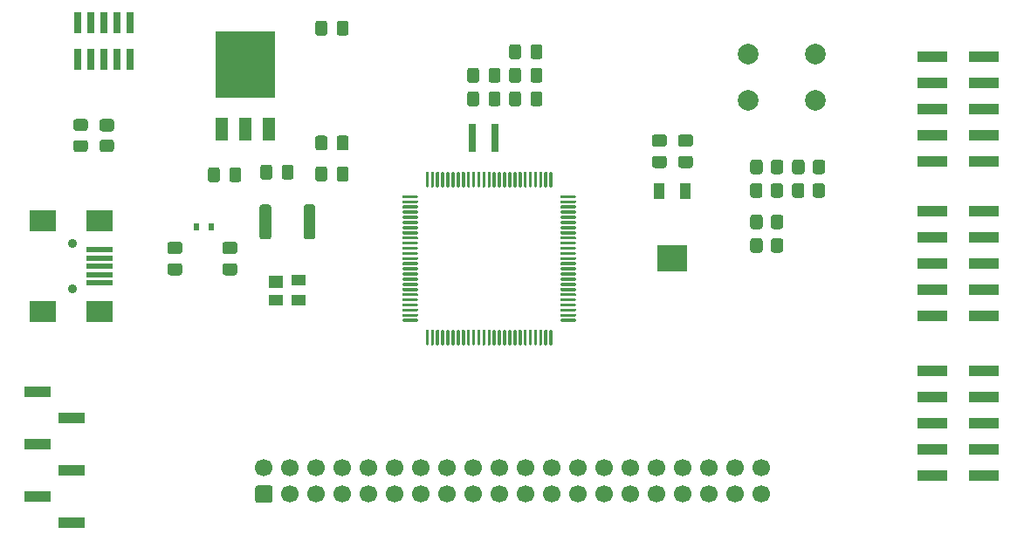
<source format=gts>
%TF.GenerationSoftware,KiCad,Pcbnew,5.1.8*%
%TF.CreationDate,2020-11-24T20:22:10-06:00*%
%TF.ProjectId,e54-GFX-Development-Board,6535342d-4746-4582-9d44-6576656c6f70,rev?*%
%TF.SameCoordinates,Original*%
%TF.FileFunction,Soldermask,Top*%
%TF.FilePolarity,Negative*%
%FSLAX46Y46*%
G04 Gerber Fmt 4.6, Leading zero omitted, Abs format (unit mm)*
G04 Created by KiCad (PCBNEW 5.1.8) date 2020-11-24 20:22:10*
%MOMM*%
%LPD*%
G01*
G04 APERTURE LIST*
%ADD10R,2.510000X1.000000*%
%ADD11R,3.000000X1.000000*%
%ADD12R,3.000000X2.500000*%
%ADD13R,1.000000X1.600000*%
%ADD14R,5.800000X6.400000*%
%ADD15R,1.200000X2.200000*%
%ADD16C,2.000000*%
%ADD17R,0.800000X2.700000*%
%ADD18C,1.700000*%
%ADD19R,0.760000X2.050000*%
%ADD20C,0.900000*%
%ADD21R,2.500000X0.500000*%
%ADD22R,2.500000X2.000000*%
%ADD23R,0.600000X0.800000*%
%ADD24R,1.400000X1.000000*%
%ADD25R,1.400000X1.200000*%
G04 APERTURE END LIST*
D10*
%TO.C,J2*%
X97405000Y-108458000D03*
X97405000Y-113538000D03*
X97405000Y-118618000D03*
X100715000Y-110998000D03*
X100715000Y-116078000D03*
X100715000Y-121158000D03*
%TD*%
D11*
%TO.C,J8*%
X184170000Y-86106000D03*
X189210000Y-86106000D03*
X184170000Y-83566000D03*
X189210000Y-83566000D03*
X184170000Y-81026000D03*
X189210000Y-81026000D03*
X184170000Y-78486000D03*
X189210000Y-78486000D03*
X184170000Y-75946000D03*
X189210000Y-75946000D03*
%TD*%
%TO.C,J7*%
X184170000Y-101092000D03*
X189210000Y-101092000D03*
X184170000Y-98552000D03*
X189210000Y-98552000D03*
X184170000Y-96012000D03*
X189210000Y-96012000D03*
X184170000Y-93472000D03*
X189210000Y-93472000D03*
X184170000Y-90932000D03*
X189210000Y-90932000D03*
%TD*%
%TO.C,J6*%
X184170000Y-116586000D03*
X189210000Y-116586000D03*
X184170000Y-114046000D03*
X189210000Y-114046000D03*
X184170000Y-111506000D03*
X189210000Y-111506000D03*
X184170000Y-108966000D03*
X189210000Y-108966000D03*
X184170000Y-106426000D03*
X189210000Y-106426000D03*
%TD*%
D12*
%TO.C,Y2*%
X159004000Y-95506000D03*
D13*
X160274000Y-88956000D03*
X157734000Y-88956000D03*
%TD*%
%TO.C,U2*%
G36*
G01*
X135074000Y-88504000D02*
X135074000Y-87179000D01*
G75*
G02*
X135149000Y-87104000I75000J0D01*
G01*
X135299000Y-87104000D01*
G75*
G02*
X135374000Y-87179000I0J-75000D01*
G01*
X135374000Y-88504000D01*
G75*
G02*
X135299000Y-88579000I-75000J0D01*
G01*
X135149000Y-88579000D01*
G75*
G02*
X135074000Y-88504000I0J75000D01*
G01*
G37*
G36*
G01*
X135574000Y-88504000D02*
X135574000Y-87179000D01*
G75*
G02*
X135649000Y-87104000I75000J0D01*
G01*
X135799000Y-87104000D01*
G75*
G02*
X135874000Y-87179000I0J-75000D01*
G01*
X135874000Y-88504000D01*
G75*
G02*
X135799000Y-88579000I-75000J0D01*
G01*
X135649000Y-88579000D01*
G75*
G02*
X135574000Y-88504000I0J75000D01*
G01*
G37*
G36*
G01*
X136074000Y-88504000D02*
X136074000Y-87179000D01*
G75*
G02*
X136149000Y-87104000I75000J0D01*
G01*
X136299000Y-87104000D01*
G75*
G02*
X136374000Y-87179000I0J-75000D01*
G01*
X136374000Y-88504000D01*
G75*
G02*
X136299000Y-88579000I-75000J0D01*
G01*
X136149000Y-88579000D01*
G75*
G02*
X136074000Y-88504000I0J75000D01*
G01*
G37*
G36*
G01*
X136574000Y-88504000D02*
X136574000Y-87179000D01*
G75*
G02*
X136649000Y-87104000I75000J0D01*
G01*
X136799000Y-87104000D01*
G75*
G02*
X136874000Y-87179000I0J-75000D01*
G01*
X136874000Y-88504000D01*
G75*
G02*
X136799000Y-88579000I-75000J0D01*
G01*
X136649000Y-88579000D01*
G75*
G02*
X136574000Y-88504000I0J75000D01*
G01*
G37*
G36*
G01*
X137074000Y-88504000D02*
X137074000Y-87179000D01*
G75*
G02*
X137149000Y-87104000I75000J0D01*
G01*
X137299000Y-87104000D01*
G75*
G02*
X137374000Y-87179000I0J-75000D01*
G01*
X137374000Y-88504000D01*
G75*
G02*
X137299000Y-88579000I-75000J0D01*
G01*
X137149000Y-88579000D01*
G75*
G02*
X137074000Y-88504000I0J75000D01*
G01*
G37*
G36*
G01*
X137574000Y-88504000D02*
X137574000Y-87179000D01*
G75*
G02*
X137649000Y-87104000I75000J0D01*
G01*
X137799000Y-87104000D01*
G75*
G02*
X137874000Y-87179000I0J-75000D01*
G01*
X137874000Y-88504000D01*
G75*
G02*
X137799000Y-88579000I-75000J0D01*
G01*
X137649000Y-88579000D01*
G75*
G02*
X137574000Y-88504000I0J75000D01*
G01*
G37*
G36*
G01*
X138074000Y-88504000D02*
X138074000Y-87179000D01*
G75*
G02*
X138149000Y-87104000I75000J0D01*
G01*
X138299000Y-87104000D01*
G75*
G02*
X138374000Y-87179000I0J-75000D01*
G01*
X138374000Y-88504000D01*
G75*
G02*
X138299000Y-88579000I-75000J0D01*
G01*
X138149000Y-88579000D01*
G75*
G02*
X138074000Y-88504000I0J75000D01*
G01*
G37*
G36*
G01*
X138574000Y-88504000D02*
X138574000Y-87179000D01*
G75*
G02*
X138649000Y-87104000I75000J0D01*
G01*
X138799000Y-87104000D01*
G75*
G02*
X138874000Y-87179000I0J-75000D01*
G01*
X138874000Y-88504000D01*
G75*
G02*
X138799000Y-88579000I-75000J0D01*
G01*
X138649000Y-88579000D01*
G75*
G02*
X138574000Y-88504000I0J75000D01*
G01*
G37*
G36*
G01*
X139074000Y-88504000D02*
X139074000Y-87179000D01*
G75*
G02*
X139149000Y-87104000I75000J0D01*
G01*
X139299000Y-87104000D01*
G75*
G02*
X139374000Y-87179000I0J-75000D01*
G01*
X139374000Y-88504000D01*
G75*
G02*
X139299000Y-88579000I-75000J0D01*
G01*
X139149000Y-88579000D01*
G75*
G02*
X139074000Y-88504000I0J75000D01*
G01*
G37*
G36*
G01*
X139574000Y-88504000D02*
X139574000Y-87179000D01*
G75*
G02*
X139649000Y-87104000I75000J0D01*
G01*
X139799000Y-87104000D01*
G75*
G02*
X139874000Y-87179000I0J-75000D01*
G01*
X139874000Y-88504000D01*
G75*
G02*
X139799000Y-88579000I-75000J0D01*
G01*
X139649000Y-88579000D01*
G75*
G02*
X139574000Y-88504000I0J75000D01*
G01*
G37*
G36*
G01*
X140074000Y-88504000D02*
X140074000Y-87179000D01*
G75*
G02*
X140149000Y-87104000I75000J0D01*
G01*
X140299000Y-87104000D01*
G75*
G02*
X140374000Y-87179000I0J-75000D01*
G01*
X140374000Y-88504000D01*
G75*
G02*
X140299000Y-88579000I-75000J0D01*
G01*
X140149000Y-88579000D01*
G75*
G02*
X140074000Y-88504000I0J75000D01*
G01*
G37*
G36*
G01*
X140574000Y-88504000D02*
X140574000Y-87179000D01*
G75*
G02*
X140649000Y-87104000I75000J0D01*
G01*
X140799000Y-87104000D01*
G75*
G02*
X140874000Y-87179000I0J-75000D01*
G01*
X140874000Y-88504000D01*
G75*
G02*
X140799000Y-88579000I-75000J0D01*
G01*
X140649000Y-88579000D01*
G75*
G02*
X140574000Y-88504000I0J75000D01*
G01*
G37*
G36*
G01*
X141074000Y-88504000D02*
X141074000Y-87179000D01*
G75*
G02*
X141149000Y-87104000I75000J0D01*
G01*
X141299000Y-87104000D01*
G75*
G02*
X141374000Y-87179000I0J-75000D01*
G01*
X141374000Y-88504000D01*
G75*
G02*
X141299000Y-88579000I-75000J0D01*
G01*
X141149000Y-88579000D01*
G75*
G02*
X141074000Y-88504000I0J75000D01*
G01*
G37*
G36*
G01*
X141574000Y-88504000D02*
X141574000Y-87179000D01*
G75*
G02*
X141649000Y-87104000I75000J0D01*
G01*
X141799000Y-87104000D01*
G75*
G02*
X141874000Y-87179000I0J-75000D01*
G01*
X141874000Y-88504000D01*
G75*
G02*
X141799000Y-88579000I-75000J0D01*
G01*
X141649000Y-88579000D01*
G75*
G02*
X141574000Y-88504000I0J75000D01*
G01*
G37*
G36*
G01*
X142074000Y-88504000D02*
X142074000Y-87179000D01*
G75*
G02*
X142149000Y-87104000I75000J0D01*
G01*
X142299000Y-87104000D01*
G75*
G02*
X142374000Y-87179000I0J-75000D01*
G01*
X142374000Y-88504000D01*
G75*
G02*
X142299000Y-88579000I-75000J0D01*
G01*
X142149000Y-88579000D01*
G75*
G02*
X142074000Y-88504000I0J75000D01*
G01*
G37*
G36*
G01*
X142574000Y-88504000D02*
X142574000Y-87179000D01*
G75*
G02*
X142649000Y-87104000I75000J0D01*
G01*
X142799000Y-87104000D01*
G75*
G02*
X142874000Y-87179000I0J-75000D01*
G01*
X142874000Y-88504000D01*
G75*
G02*
X142799000Y-88579000I-75000J0D01*
G01*
X142649000Y-88579000D01*
G75*
G02*
X142574000Y-88504000I0J75000D01*
G01*
G37*
G36*
G01*
X143074000Y-88504000D02*
X143074000Y-87179000D01*
G75*
G02*
X143149000Y-87104000I75000J0D01*
G01*
X143299000Y-87104000D01*
G75*
G02*
X143374000Y-87179000I0J-75000D01*
G01*
X143374000Y-88504000D01*
G75*
G02*
X143299000Y-88579000I-75000J0D01*
G01*
X143149000Y-88579000D01*
G75*
G02*
X143074000Y-88504000I0J75000D01*
G01*
G37*
G36*
G01*
X143574000Y-88504000D02*
X143574000Y-87179000D01*
G75*
G02*
X143649000Y-87104000I75000J0D01*
G01*
X143799000Y-87104000D01*
G75*
G02*
X143874000Y-87179000I0J-75000D01*
G01*
X143874000Y-88504000D01*
G75*
G02*
X143799000Y-88579000I-75000J0D01*
G01*
X143649000Y-88579000D01*
G75*
G02*
X143574000Y-88504000I0J75000D01*
G01*
G37*
G36*
G01*
X144074000Y-88504000D02*
X144074000Y-87179000D01*
G75*
G02*
X144149000Y-87104000I75000J0D01*
G01*
X144299000Y-87104000D01*
G75*
G02*
X144374000Y-87179000I0J-75000D01*
G01*
X144374000Y-88504000D01*
G75*
G02*
X144299000Y-88579000I-75000J0D01*
G01*
X144149000Y-88579000D01*
G75*
G02*
X144074000Y-88504000I0J75000D01*
G01*
G37*
G36*
G01*
X144574000Y-88504000D02*
X144574000Y-87179000D01*
G75*
G02*
X144649000Y-87104000I75000J0D01*
G01*
X144799000Y-87104000D01*
G75*
G02*
X144874000Y-87179000I0J-75000D01*
G01*
X144874000Y-88504000D01*
G75*
G02*
X144799000Y-88579000I-75000J0D01*
G01*
X144649000Y-88579000D01*
G75*
G02*
X144574000Y-88504000I0J75000D01*
G01*
G37*
G36*
G01*
X145074000Y-88504000D02*
X145074000Y-87179000D01*
G75*
G02*
X145149000Y-87104000I75000J0D01*
G01*
X145299000Y-87104000D01*
G75*
G02*
X145374000Y-87179000I0J-75000D01*
G01*
X145374000Y-88504000D01*
G75*
G02*
X145299000Y-88579000I-75000J0D01*
G01*
X145149000Y-88579000D01*
G75*
G02*
X145074000Y-88504000I0J75000D01*
G01*
G37*
G36*
G01*
X145574000Y-88504000D02*
X145574000Y-87179000D01*
G75*
G02*
X145649000Y-87104000I75000J0D01*
G01*
X145799000Y-87104000D01*
G75*
G02*
X145874000Y-87179000I0J-75000D01*
G01*
X145874000Y-88504000D01*
G75*
G02*
X145799000Y-88579000I-75000J0D01*
G01*
X145649000Y-88579000D01*
G75*
G02*
X145574000Y-88504000I0J75000D01*
G01*
G37*
G36*
G01*
X146074000Y-88504000D02*
X146074000Y-87179000D01*
G75*
G02*
X146149000Y-87104000I75000J0D01*
G01*
X146299000Y-87104000D01*
G75*
G02*
X146374000Y-87179000I0J-75000D01*
G01*
X146374000Y-88504000D01*
G75*
G02*
X146299000Y-88579000I-75000J0D01*
G01*
X146149000Y-88579000D01*
G75*
G02*
X146074000Y-88504000I0J75000D01*
G01*
G37*
G36*
G01*
X146574000Y-88504000D02*
X146574000Y-87179000D01*
G75*
G02*
X146649000Y-87104000I75000J0D01*
G01*
X146799000Y-87104000D01*
G75*
G02*
X146874000Y-87179000I0J-75000D01*
G01*
X146874000Y-88504000D01*
G75*
G02*
X146799000Y-88579000I-75000J0D01*
G01*
X146649000Y-88579000D01*
G75*
G02*
X146574000Y-88504000I0J75000D01*
G01*
G37*
G36*
G01*
X147074000Y-88504000D02*
X147074000Y-87179000D01*
G75*
G02*
X147149000Y-87104000I75000J0D01*
G01*
X147299000Y-87104000D01*
G75*
G02*
X147374000Y-87179000I0J-75000D01*
G01*
X147374000Y-88504000D01*
G75*
G02*
X147299000Y-88579000I-75000J0D01*
G01*
X147149000Y-88579000D01*
G75*
G02*
X147074000Y-88504000I0J75000D01*
G01*
G37*
G36*
G01*
X148149000Y-89579000D02*
X148149000Y-89429000D01*
G75*
G02*
X148224000Y-89354000I75000J0D01*
G01*
X149549000Y-89354000D01*
G75*
G02*
X149624000Y-89429000I0J-75000D01*
G01*
X149624000Y-89579000D01*
G75*
G02*
X149549000Y-89654000I-75000J0D01*
G01*
X148224000Y-89654000D01*
G75*
G02*
X148149000Y-89579000I0J75000D01*
G01*
G37*
G36*
G01*
X148149000Y-90079000D02*
X148149000Y-89929000D01*
G75*
G02*
X148224000Y-89854000I75000J0D01*
G01*
X149549000Y-89854000D01*
G75*
G02*
X149624000Y-89929000I0J-75000D01*
G01*
X149624000Y-90079000D01*
G75*
G02*
X149549000Y-90154000I-75000J0D01*
G01*
X148224000Y-90154000D01*
G75*
G02*
X148149000Y-90079000I0J75000D01*
G01*
G37*
G36*
G01*
X148149000Y-90579000D02*
X148149000Y-90429000D01*
G75*
G02*
X148224000Y-90354000I75000J0D01*
G01*
X149549000Y-90354000D01*
G75*
G02*
X149624000Y-90429000I0J-75000D01*
G01*
X149624000Y-90579000D01*
G75*
G02*
X149549000Y-90654000I-75000J0D01*
G01*
X148224000Y-90654000D01*
G75*
G02*
X148149000Y-90579000I0J75000D01*
G01*
G37*
G36*
G01*
X148149000Y-91079000D02*
X148149000Y-90929000D01*
G75*
G02*
X148224000Y-90854000I75000J0D01*
G01*
X149549000Y-90854000D01*
G75*
G02*
X149624000Y-90929000I0J-75000D01*
G01*
X149624000Y-91079000D01*
G75*
G02*
X149549000Y-91154000I-75000J0D01*
G01*
X148224000Y-91154000D01*
G75*
G02*
X148149000Y-91079000I0J75000D01*
G01*
G37*
G36*
G01*
X148149000Y-91579000D02*
X148149000Y-91429000D01*
G75*
G02*
X148224000Y-91354000I75000J0D01*
G01*
X149549000Y-91354000D01*
G75*
G02*
X149624000Y-91429000I0J-75000D01*
G01*
X149624000Y-91579000D01*
G75*
G02*
X149549000Y-91654000I-75000J0D01*
G01*
X148224000Y-91654000D01*
G75*
G02*
X148149000Y-91579000I0J75000D01*
G01*
G37*
G36*
G01*
X148149000Y-92079000D02*
X148149000Y-91929000D01*
G75*
G02*
X148224000Y-91854000I75000J0D01*
G01*
X149549000Y-91854000D01*
G75*
G02*
X149624000Y-91929000I0J-75000D01*
G01*
X149624000Y-92079000D01*
G75*
G02*
X149549000Y-92154000I-75000J0D01*
G01*
X148224000Y-92154000D01*
G75*
G02*
X148149000Y-92079000I0J75000D01*
G01*
G37*
G36*
G01*
X148149000Y-92579000D02*
X148149000Y-92429000D01*
G75*
G02*
X148224000Y-92354000I75000J0D01*
G01*
X149549000Y-92354000D01*
G75*
G02*
X149624000Y-92429000I0J-75000D01*
G01*
X149624000Y-92579000D01*
G75*
G02*
X149549000Y-92654000I-75000J0D01*
G01*
X148224000Y-92654000D01*
G75*
G02*
X148149000Y-92579000I0J75000D01*
G01*
G37*
G36*
G01*
X148149000Y-93079000D02*
X148149000Y-92929000D01*
G75*
G02*
X148224000Y-92854000I75000J0D01*
G01*
X149549000Y-92854000D01*
G75*
G02*
X149624000Y-92929000I0J-75000D01*
G01*
X149624000Y-93079000D01*
G75*
G02*
X149549000Y-93154000I-75000J0D01*
G01*
X148224000Y-93154000D01*
G75*
G02*
X148149000Y-93079000I0J75000D01*
G01*
G37*
G36*
G01*
X148149000Y-93579000D02*
X148149000Y-93429000D01*
G75*
G02*
X148224000Y-93354000I75000J0D01*
G01*
X149549000Y-93354000D01*
G75*
G02*
X149624000Y-93429000I0J-75000D01*
G01*
X149624000Y-93579000D01*
G75*
G02*
X149549000Y-93654000I-75000J0D01*
G01*
X148224000Y-93654000D01*
G75*
G02*
X148149000Y-93579000I0J75000D01*
G01*
G37*
G36*
G01*
X148149000Y-94079000D02*
X148149000Y-93929000D01*
G75*
G02*
X148224000Y-93854000I75000J0D01*
G01*
X149549000Y-93854000D01*
G75*
G02*
X149624000Y-93929000I0J-75000D01*
G01*
X149624000Y-94079000D01*
G75*
G02*
X149549000Y-94154000I-75000J0D01*
G01*
X148224000Y-94154000D01*
G75*
G02*
X148149000Y-94079000I0J75000D01*
G01*
G37*
G36*
G01*
X148149000Y-94579000D02*
X148149000Y-94429000D01*
G75*
G02*
X148224000Y-94354000I75000J0D01*
G01*
X149549000Y-94354000D01*
G75*
G02*
X149624000Y-94429000I0J-75000D01*
G01*
X149624000Y-94579000D01*
G75*
G02*
X149549000Y-94654000I-75000J0D01*
G01*
X148224000Y-94654000D01*
G75*
G02*
X148149000Y-94579000I0J75000D01*
G01*
G37*
G36*
G01*
X148149000Y-95079000D02*
X148149000Y-94929000D01*
G75*
G02*
X148224000Y-94854000I75000J0D01*
G01*
X149549000Y-94854000D01*
G75*
G02*
X149624000Y-94929000I0J-75000D01*
G01*
X149624000Y-95079000D01*
G75*
G02*
X149549000Y-95154000I-75000J0D01*
G01*
X148224000Y-95154000D01*
G75*
G02*
X148149000Y-95079000I0J75000D01*
G01*
G37*
G36*
G01*
X148149000Y-95579000D02*
X148149000Y-95429000D01*
G75*
G02*
X148224000Y-95354000I75000J0D01*
G01*
X149549000Y-95354000D01*
G75*
G02*
X149624000Y-95429000I0J-75000D01*
G01*
X149624000Y-95579000D01*
G75*
G02*
X149549000Y-95654000I-75000J0D01*
G01*
X148224000Y-95654000D01*
G75*
G02*
X148149000Y-95579000I0J75000D01*
G01*
G37*
G36*
G01*
X148149000Y-96079000D02*
X148149000Y-95929000D01*
G75*
G02*
X148224000Y-95854000I75000J0D01*
G01*
X149549000Y-95854000D01*
G75*
G02*
X149624000Y-95929000I0J-75000D01*
G01*
X149624000Y-96079000D01*
G75*
G02*
X149549000Y-96154000I-75000J0D01*
G01*
X148224000Y-96154000D01*
G75*
G02*
X148149000Y-96079000I0J75000D01*
G01*
G37*
G36*
G01*
X148149000Y-96579000D02*
X148149000Y-96429000D01*
G75*
G02*
X148224000Y-96354000I75000J0D01*
G01*
X149549000Y-96354000D01*
G75*
G02*
X149624000Y-96429000I0J-75000D01*
G01*
X149624000Y-96579000D01*
G75*
G02*
X149549000Y-96654000I-75000J0D01*
G01*
X148224000Y-96654000D01*
G75*
G02*
X148149000Y-96579000I0J75000D01*
G01*
G37*
G36*
G01*
X148149000Y-97079000D02*
X148149000Y-96929000D01*
G75*
G02*
X148224000Y-96854000I75000J0D01*
G01*
X149549000Y-96854000D01*
G75*
G02*
X149624000Y-96929000I0J-75000D01*
G01*
X149624000Y-97079000D01*
G75*
G02*
X149549000Y-97154000I-75000J0D01*
G01*
X148224000Y-97154000D01*
G75*
G02*
X148149000Y-97079000I0J75000D01*
G01*
G37*
G36*
G01*
X148149000Y-97579000D02*
X148149000Y-97429000D01*
G75*
G02*
X148224000Y-97354000I75000J0D01*
G01*
X149549000Y-97354000D01*
G75*
G02*
X149624000Y-97429000I0J-75000D01*
G01*
X149624000Y-97579000D01*
G75*
G02*
X149549000Y-97654000I-75000J0D01*
G01*
X148224000Y-97654000D01*
G75*
G02*
X148149000Y-97579000I0J75000D01*
G01*
G37*
G36*
G01*
X148149000Y-98079000D02*
X148149000Y-97929000D01*
G75*
G02*
X148224000Y-97854000I75000J0D01*
G01*
X149549000Y-97854000D01*
G75*
G02*
X149624000Y-97929000I0J-75000D01*
G01*
X149624000Y-98079000D01*
G75*
G02*
X149549000Y-98154000I-75000J0D01*
G01*
X148224000Y-98154000D01*
G75*
G02*
X148149000Y-98079000I0J75000D01*
G01*
G37*
G36*
G01*
X148149000Y-98579000D02*
X148149000Y-98429000D01*
G75*
G02*
X148224000Y-98354000I75000J0D01*
G01*
X149549000Y-98354000D01*
G75*
G02*
X149624000Y-98429000I0J-75000D01*
G01*
X149624000Y-98579000D01*
G75*
G02*
X149549000Y-98654000I-75000J0D01*
G01*
X148224000Y-98654000D01*
G75*
G02*
X148149000Y-98579000I0J75000D01*
G01*
G37*
G36*
G01*
X148149000Y-99079000D02*
X148149000Y-98929000D01*
G75*
G02*
X148224000Y-98854000I75000J0D01*
G01*
X149549000Y-98854000D01*
G75*
G02*
X149624000Y-98929000I0J-75000D01*
G01*
X149624000Y-99079000D01*
G75*
G02*
X149549000Y-99154000I-75000J0D01*
G01*
X148224000Y-99154000D01*
G75*
G02*
X148149000Y-99079000I0J75000D01*
G01*
G37*
G36*
G01*
X148149000Y-99579000D02*
X148149000Y-99429000D01*
G75*
G02*
X148224000Y-99354000I75000J0D01*
G01*
X149549000Y-99354000D01*
G75*
G02*
X149624000Y-99429000I0J-75000D01*
G01*
X149624000Y-99579000D01*
G75*
G02*
X149549000Y-99654000I-75000J0D01*
G01*
X148224000Y-99654000D01*
G75*
G02*
X148149000Y-99579000I0J75000D01*
G01*
G37*
G36*
G01*
X148149000Y-100079000D02*
X148149000Y-99929000D01*
G75*
G02*
X148224000Y-99854000I75000J0D01*
G01*
X149549000Y-99854000D01*
G75*
G02*
X149624000Y-99929000I0J-75000D01*
G01*
X149624000Y-100079000D01*
G75*
G02*
X149549000Y-100154000I-75000J0D01*
G01*
X148224000Y-100154000D01*
G75*
G02*
X148149000Y-100079000I0J75000D01*
G01*
G37*
G36*
G01*
X148149000Y-100579000D02*
X148149000Y-100429000D01*
G75*
G02*
X148224000Y-100354000I75000J0D01*
G01*
X149549000Y-100354000D01*
G75*
G02*
X149624000Y-100429000I0J-75000D01*
G01*
X149624000Y-100579000D01*
G75*
G02*
X149549000Y-100654000I-75000J0D01*
G01*
X148224000Y-100654000D01*
G75*
G02*
X148149000Y-100579000I0J75000D01*
G01*
G37*
G36*
G01*
X148149000Y-101079000D02*
X148149000Y-100929000D01*
G75*
G02*
X148224000Y-100854000I75000J0D01*
G01*
X149549000Y-100854000D01*
G75*
G02*
X149624000Y-100929000I0J-75000D01*
G01*
X149624000Y-101079000D01*
G75*
G02*
X149549000Y-101154000I-75000J0D01*
G01*
X148224000Y-101154000D01*
G75*
G02*
X148149000Y-101079000I0J75000D01*
G01*
G37*
G36*
G01*
X148149000Y-101579000D02*
X148149000Y-101429000D01*
G75*
G02*
X148224000Y-101354000I75000J0D01*
G01*
X149549000Y-101354000D01*
G75*
G02*
X149624000Y-101429000I0J-75000D01*
G01*
X149624000Y-101579000D01*
G75*
G02*
X149549000Y-101654000I-75000J0D01*
G01*
X148224000Y-101654000D01*
G75*
G02*
X148149000Y-101579000I0J75000D01*
G01*
G37*
G36*
G01*
X147074000Y-103829000D02*
X147074000Y-102504000D01*
G75*
G02*
X147149000Y-102429000I75000J0D01*
G01*
X147299000Y-102429000D01*
G75*
G02*
X147374000Y-102504000I0J-75000D01*
G01*
X147374000Y-103829000D01*
G75*
G02*
X147299000Y-103904000I-75000J0D01*
G01*
X147149000Y-103904000D01*
G75*
G02*
X147074000Y-103829000I0J75000D01*
G01*
G37*
G36*
G01*
X146574000Y-103829000D02*
X146574000Y-102504000D01*
G75*
G02*
X146649000Y-102429000I75000J0D01*
G01*
X146799000Y-102429000D01*
G75*
G02*
X146874000Y-102504000I0J-75000D01*
G01*
X146874000Y-103829000D01*
G75*
G02*
X146799000Y-103904000I-75000J0D01*
G01*
X146649000Y-103904000D01*
G75*
G02*
X146574000Y-103829000I0J75000D01*
G01*
G37*
G36*
G01*
X146074000Y-103829000D02*
X146074000Y-102504000D01*
G75*
G02*
X146149000Y-102429000I75000J0D01*
G01*
X146299000Y-102429000D01*
G75*
G02*
X146374000Y-102504000I0J-75000D01*
G01*
X146374000Y-103829000D01*
G75*
G02*
X146299000Y-103904000I-75000J0D01*
G01*
X146149000Y-103904000D01*
G75*
G02*
X146074000Y-103829000I0J75000D01*
G01*
G37*
G36*
G01*
X145574000Y-103829000D02*
X145574000Y-102504000D01*
G75*
G02*
X145649000Y-102429000I75000J0D01*
G01*
X145799000Y-102429000D01*
G75*
G02*
X145874000Y-102504000I0J-75000D01*
G01*
X145874000Y-103829000D01*
G75*
G02*
X145799000Y-103904000I-75000J0D01*
G01*
X145649000Y-103904000D01*
G75*
G02*
X145574000Y-103829000I0J75000D01*
G01*
G37*
G36*
G01*
X145074000Y-103829000D02*
X145074000Y-102504000D01*
G75*
G02*
X145149000Y-102429000I75000J0D01*
G01*
X145299000Y-102429000D01*
G75*
G02*
X145374000Y-102504000I0J-75000D01*
G01*
X145374000Y-103829000D01*
G75*
G02*
X145299000Y-103904000I-75000J0D01*
G01*
X145149000Y-103904000D01*
G75*
G02*
X145074000Y-103829000I0J75000D01*
G01*
G37*
G36*
G01*
X144574000Y-103829000D02*
X144574000Y-102504000D01*
G75*
G02*
X144649000Y-102429000I75000J0D01*
G01*
X144799000Y-102429000D01*
G75*
G02*
X144874000Y-102504000I0J-75000D01*
G01*
X144874000Y-103829000D01*
G75*
G02*
X144799000Y-103904000I-75000J0D01*
G01*
X144649000Y-103904000D01*
G75*
G02*
X144574000Y-103829000I0J75000D01*
G01*
G37*
G36*
G01*
X144074000Y-103829000D02*
X144074000Y-102504000D01*
G75*
G02*
X144149000Y-102429000I75000J0D01*
G01*
X144299000Y-102429000D01*
G75*
G02*
X144374000Y-102504000I0J-75000D01*
G01*
X144374000Y-103829000D01*
G75*
G02*
X144299000Y-103904000I-75000J0D01*
G01*
X144149000Y-103904000D01*
G75*
G02*
X144074000Y-103829000I0J75000D01*
G01*
G37*
G36*
G01*
X143574000Y-103829000D02*
X143574000Y-102504000D01*
G75*
G02*
X143649000Y-102429000I75000J0D01*
G01*
X143799000Y-102429000D01*
G75*
G02*
X143874000Y-102504000I0J-75000D01*
G01*
X143874000Y-103829000D01*
G75*
G02*
X143799000Y-103904000I-75000J0D01*
G01*
X143649000Y-103904000D01*
G75*
G02*
X143574000Y-103829000I0J75000D01*
G01*
G37*
G36*
G01*
X143074000Y-103829000D02*
X143074000Y-102504000D01*
G75*
G02*
X143149000Y-102429000I75000J0D01*
G01*
X143299000Y-102429000D01*
G75*
G02*
X143374000Y-102504000I0J-75000D01*
G01*
X143374000Y-103829000D01*
G75*
G02*
X143299000Y-103904000I-75000J0D01*
G01*
X143149000Y-103904000D01*
G75*
G02*
X143074000Y-103829000I0J75000D01*
G01*
G37*
G36*
G01*
X142574000Y-103829000D02*
X142574000Y-102504000D01*
G75*
G02*
X142649000Y-102429000I75000J0D01*
G01*
X142799000Y-102429000D01*
G75*
G02*
X142874000Y-102504000I0J-75000D01*
G01*
X142874000Y-103829000D01*
G75*
G02*
X142799000Y-103904000I-75000J0D01*
G01*
X142649000Y-103904000D01*
G75*
G02*
X142574000Y-103829000I0J75000D01*
G01*
G37*
G36*
G01*
X142074000Y-103829000D02*
X142074000Y-102504000D01*
G75*
G02*
X142149000Y-102429000I75000J0D01*
G01*
X142299000Y-102429000D01*
G75*
G02*
X142374000Y-102504000I0J-75000D01*
G01*
X142374000Y-103829000D01*
G75*
G02*
X142299000Y-103904000I-75000J0D01*
G01*
X142149000Y-103904000D01*
G75*
G02*
X142074000Y-103829000I0J75000D01*
G01*
G37*
G36*
G01*
X141574000Y-103829000D02*
X141574000Y-102504000D01*
G75*
G02*
X141649000Y-102429000I75000J0D01*
G01*
X141799000Y-102429000D01*
G75*
G02*
X141874000Y-102504000I0J-75000D01*
G01*
X141874000Y-103829000D01*
G75*
G02*
X141799000Y-103904000I-75000J0D01*
G01*
X141649000Y-103904000D01*
G75*
G02*
X141574000Y-103829000I0J75000D01*
G01*
G37*
G36*
G01*
X141074000Y-103829000D02*
X141074000Y-102504000D01*
G75*
G02*
X141149000Y-102429000I75000J0D01*
G01*
X141299000Y-102429000D01*
G75*
G02*
X141374000Y-102504000I0J-75000D01*
G01*
X141374000Y-103829000D01*
G75*
G02*
X141299000Y-103904000I-75000J0D01*
G01*
X141149000Y-103904000D01*
G75*
G02*
X141074000Y-103829000I0J75000D01*
G01*
G37*
G36*
G01*
X140574000Y-103829000D02*
X140574000Y-102504000D01*
G75*
G02*
X140649000Y-102429000I75000J0D01*
G01*
X140799000Y-102429000D01*
G75*
G02*
X140874000Y-102504000I0J-75000D01*
G01*
X140874000Y-103829000D01*
G75*
G02*
X140799000Y-103904000I-75000J0D01*
G01*
X140649000Y-103904000D01*
G75*
G02*
X140574000Y-103829000I0J75000D01*
G01*
G37*
G36*
G01*
X140074000Y-103829000D02*
X140074000Y-102504000D01*
G75*
G02*
X140149000Y-102429000I75000J0D01*
G01*
X140299000Y-102429000D01*
G75*
G02*
X140374000Y-102504000I0J-75000D01*
G01*
X140374000Y-103829000D01*
G75*
G02*
X140299000Y-103904000I-75000J0D01*
G01*
X140149000Y-103904000D01*
G75*
G02*
X140074000Y-103829000I0J75000D01*
G01*
G37*
G36*
G01*
X139574000Y-103829000D02*
X139574000Y-102504000D01*
G75*
G02*
X139649000Y-102429000I75000J0D01*
G01*
X139799000Y-102429000D01*
G75*
G02*
X139874000Y-102504000I0J-75000D01*
G01*
X139874000Y-103829000D01*
G75*
G02*
X139799000Y-103904000I-75000J0D01*
G01*
X139649000Y-103904000D01*
G75*
G02*
X139574000Y-103829000I0J75000D01*
G01*
G37*
G36*
G01*
X139074000Y-103829000D02*
X139074000Y-102504000D01*
G75*
G02*
X139149000Y-102429000I75000J0D01*
G01*
X139299000Y-102429000D01*
G75*
G02*
X139374000Y-102504000I0J-75000D01*
G01*
X139374000Y-103829000D01*
G75*
G02*
X139299000Y-103904000I-75000J0D01*
G01*
X139149000Y-103904000D01*
G75*
G02*
X139074000Y-103829000I0J75000D01*
G01*
G37*
G36*
G01*
X138574000Y-103829000D02*
X138574000Y-102504000D01*
G75*
G02*
X138649000Y-102429000I75000J0D01*
G01*
X138799000Y-102429000D01*
G75*
G02*
X138874000Y-102504000I0J-75000D01*
G01*
X138874000Y-103829000D01*
G75*
G02*
X138799000Y-103904000I-75000J0D01*
G01*
X138649000Y-103904000D01*
G75*
G02*
X138574000Y-103829000I0J75000D01*
G01*
G37*
G36*
G01*
X138074000Y-103829000D02*
X138074000Y-102504000D01*
G75*
G02*
X138149000Y-102429000I75000J0D01*
G01*
X138299000Y-102429000D01*
G75*
G02*
X138374000Y-102504000I0J-75000D01*
G01*
X138374000Y-103829000D01*
G75*
G02*
X138299000Y-103904000I-75000J0D01*
G01*
X138149000Y-103904000D01*
G75*
G02*
X138074000Y-103829000I0J75000D01*
G01*
G37*
G36*
G01*
X137574000Y-103829000D02*
X137574000Y-102504000D01*
G75*
G02*
X137649000Y-102429000I75000J0D01*
G01*
X137799000Y-102429000D01*
G75*
G02*
X137874000Y-102504000I0J-75000D01*
G01*
X137874000Y-103829000D01*
G75*
G02*
X137799000Y-103904000I-75000J0D01*
G01*
X137649000Y-103904000D01*
G75*
G02*
X137574000Y-103829000I0J75000D01*
G01*
G37*
G36*
G01*
X137074000Y-103829000D02*
X137074000Y-102504000D01*
G75*
G02*
X137149000Y-102429000I75000J0D01*
G01*
X137299000Y-102429000D01*
G75*
G02*
X137374000Y-102504000I0J-75000D01*
G01*
X137374000Y-103829000D01*
G75*
G02*
X137299000Y-103904000I-75000J0D01*
G01*
X137149000Y-103904000D01*
G75*
G02*
X137074000Y-103829000I0J75000D01*
G01*
G37*
G36*
G01*
X136574000Y-103829000D02*
X136574000Y-102504000D01*
G75*
G02*
X136649000Y-102429000I75000J0D01*
G01*
X136799000Y-102429000D01*
G75*
G02*
X136874000Y-102504000I0J-75000D01*
G01*
X136874000Y-103829000D01*
G75*
G02*
X136799000Y-103904000I-75000J0D01*
G01*
X136649000Y-103904000D01*
G75*
G02*
X136574000Y-103829000I0J75000D01*
G01*
G37*
G36*
G01*
X136074000Y-103829000D02*
X136074000Y-102504000D01*
G75*
G02*
X136149000Y-102429000I75000J0D01*
G01*
X136299000Y-102429000D01*
G75*
G02*
X136374000Y-102504000I0J-75000D01*
G01*
X136374000Y-103829000D01*
G75*
G02*
X136299000Y-103904000I-75000J0D01*
G01*
X136149000Y-103904000D01*
G75*
G02*
X136074000Y-103829000I0J75000D01*
G01*
G37*
G36*
G01*
X135574000Y-103829000D02*
X135574000Y-102504000D01*
G75*
G02*
X135649000Y-102429000I75000J0D01*
G01*
X135799000Y-102429000D01*
G75*
G02*
X135874000Y-102504000I0J-75000D01*
G01*
X135874000Y-103829000D01*
G75*
G02*
X135799000Y-103904000I-75000J0D01*
G01*
X135649000Y-103904000D01*
G75*
G02*
X135574000Y-103829000I0J75000D01*
G01*
G37*
G36*
G01*
X135074000Y-103829000D02*
X135074000Y-102504000D01*
G75*
G02*
X135149000Y-102429000I75000J0D01*
G01*
X135299000Y-102429000D01*
G75*
G02*
X135374000Y-102504000I0J-75000D01*
G01*
X135374000Y-103829000D01*
G75*
G02*
X135299000Y-103904000I-75000J0D01*
G01*
X135149000Y-103904000D01*
G75*
G02*
X135074000Y-103829000I0J75000D01*
G01*
G37*
G36*
G01*
X132824000Y-101579000D02*
X132824000Y-101429000D01*
G75*
G02*
X132899000Y-101354000I75000J0D01*
G01*
X134224000Y-101354000D01*
G75*
G02*
X134299000Y-101429000I0J-75000D01*
G01*
X134299000Y-101579000D01*
G75*
G02*
X134224000Y-101654000I-75000J0D01*
G01*
X132899000Y-101654000D01*
G75*
G02*
X132824000Y-101579000I0J75000D01*
G01*
G37*
G36*
G01*
X132824000Y-101079000D02*
X132824000Y-100929000D01*
G75*
G02*
X132899000Y-100854000I75000J0D01*
G01*
X134224000Y-100854000D01*
G75*
G02*
X134299000Y-100929000I0J-75000D01*
G01*
X134299000Y-101079000D01*
G75*
G02*
X134224000Y-101154000I-75000J0D01*
G01*
X132899000Y-101154000D01*
G75*
G02*
X132824000Y-101079000I0J75000D01*
G01*
G37*
G36*
G01*
X132824000Y-100579000D02*
X132824000Y-100429000D01*
G75*
G02*
X132899000Y-100354000I75000J0D01*
G01*
X134224000Y-100354000D01*
G75*
G02*
X134299000Y-100429000I0J-75000D01*
G01*
X134299000Y-100579000D01*
G75*
G02*
X134224000Y-100654000I-75000J0D01*
G01*
X132899000Y-100654000D01*
G75*
G02*
X132824000Y-100579000I0J75000D01*
G01*
G37*
G36*
G01*
X132824000Y-100079000D02*
X132824000Y-99929000D01*
G75*
G02*
X132899000Y-99854000I75000J0D01*
G01*
X134224000Y-99854000D01*
G75*
G02*
X134299000Y-99929000I0J-75000D01*
G01*
X134299000Y-100079000D01*
G75*
G02*
X134224000Y-100154000I-75000J0D01*
G01*
X132899000Y-100154000D01*
G75*
G02*
X132824000Y-100079000I0J75000D01*
G01*
G37*
G36*
G01*
X132824000Y-99579000D02*
X132824000Y-99429000D01*
G75*
G02*
X132899000Y-99354000I75000J0D01*
G01*
X134224000Y-99354000D01*
G75*
G02*
X134299000Y-99429000I0J-75000D01*
G01*
X134299000Y-99579000D01*
G75*
G02*
X134224000Y-99654000I-75000J0D01*
G01*
X132899000Y-99654000D01*
G75*
G02*
X132824000Y-99579000I0J75000D01*
G01*
G37*
G36*
G01*
X132824000Y-99079000D02*
X132824000Y-98929000D01*
G75*
G02*
X132899000Y-98854000I75000J0D01*
G01*
X134224000Y-98854000D01*
G75*
G02*
X134299000Y-98929000I0J-75000D01*
G01*
X134299000Y-99079000D01*
G75*
G02*
X134224000Y-99154000I-75000J0D01*
G01*
X132899000Y-99154000D01*
G75*
G02*
X132824000Y-99079000I0J75000D01*
G01*
G37*
G36*
G01*
X132824000Y-98579000D02*
X132824000Y-98429000D01*
G75*
G02*
X132899000Y-98354000I75000J0D01*
G01*
X134224000Y-98354000D01*
G75*
G02*
X134299000Y-98429000I0J-75000D01*
G01*
X134299000Y-98579000D01*
G75*
G02*
X134224000Y-98654000I-75000J0D01*
G01*
X132899000Y-98654000D01*
G75*
G02*
X132824000Y-98579000I0J75000D01*
G01*
G37*
G36*
G01*
X132824000Y-98079000D02*
X132824000Y-97929000D01*
G75*
G02*
X132899000Y-97854000I75000J0D01*
G01*
X134224000Y-97854000D01*
G75*
G02*
X134299000Y-97929000I0J-75000D01*
G01*
X134299000Y-98079000D01*
G75*
G02*
X134224000Y-98154000I-75000J0D01*
G01*
X132899000Y-98154000D01*
G75*
G02*
X132824000Y-98079000I0J75000D01*
G01*
G37*
G36*
G01*
X132824000Y-97579000D02*
X132824000Y-97429000D01*
G75*
G02*
X132899000Y-97354000I75000J0D01*
G01*
X134224000Y-97354000D01*
G75*
G02*
X134299000Y-97429000I0J-75000D01*
G01*
X134299000Y-97579000D01*
G75*
G02*
X134224000Y-97654000I-75000J0D01*
G01*
X132899000Y-97654000D01*
G75*
G02*
X132824000Y-97579000I0J75000D01*
G01*
G37*
G36*
G01*
X132824000Y-97079000D02*
X132824000Y-96929000D01*
G75*
G02*
X132899000Y-96854000I75000J0D01*
G01*
X134224000Y-96854000D01*
G75*
G02*
X134299000Y-96929000I0J-75000D01*
G01*
X134299000Y-97079000D01*
G75*
G02*
X134224000Y-97154000I-75000J0D01*
G01*
X132899000Y-97154000D01*
G75*
G02*
X132824000Y-97079000I0J75000D01*
G01*
G37*
G36*
G01*
X132824000Y-96579000D02*
X132824000Y-96429000D01*
G75*
G02*
X132899000Y-96354000I75000J0D01*
G01*
X134224000Y-96354000D01*
G75*
G02*
X134299000Y-96429000I0J-75000D01*
G01*
X134299000Y-96579000D01*
G75*
G02*
X134224000Y-96654000I-75000J0D01*
G01*
X132899000Y-96654000D01*
G75*
G02*
X132824000Y-96579000I0J75000D01*
G01*
G37*
G36*
G01*
X132824000Y-96079000D02*
X132824000Y-95929000D01*
G75*
G02*
X132899000Y-95854000I75000J0D01*
G01*
X134224000Y-95854000D01*
G75*
G02*
X134299000Y-95929000I0J-75000D01*
G01*
X134299000Y-96079000D01*
G75*
G02*
X134224000Y-96154000I-75000J0D01*
G01*
X132899000Y-96154000D01*
G75*
G02*
X132824000Y-96079000I0J75000D01*
G01*
G37*
G36*
G01*
X132824000Y-95579000D02*
X132824000Y-95429000D01*
G75*
G02*
X132899000Y-95354000I75000J0D01*
G01*
X134224000Y-95354000D01*
G75*
G02*
X134299000Y-95429000I0J-75000D01*
G01*
X134299000Y-95579000D01*
G75*
G02*
X134224000Y-95654000I-75000J0D01*
G01*
X132899000Y-95654000D01*
G75*
G02*
X132824000Y-95579000I0J75000D01*
G01*
G37*
G36*
G01*
X132824000Y-95079000D02*
X132824000Y-94929000D01*
G75*
G02*
X132899000Y-94854000I75000J0D01*
G01*
X134224000Y-94854000D01*
G75*
G02*
X134299000Y-94929000I0J-75000D01*
G01*
X134299000Y-95079000D01*
G75*
G02*
X134224000Y-95154000I-75000J0D01*
G01*
X132899000Y-95154000D01*
G75*
G02*
X132824000Y-95079000I0J75000D01*
G01*
G37*
G36*
G01*
X132824000Y-94579000D02*
X132824000Y-94429000D01*
G75*
G02*
X132899000Y-94354000I75000J0D01*
G01*
X134224000Y-94354000D01*
G75*
G02*
X134299000Y-94429000I0J-75000D01*
G01*
X134299000Y-94579000D01*
G75*
G02*
X134224000Y-94654000I-75000J0D01*
G01*
X132899000Y-94654000D01*
G75*
G02*
X132824000Y-94579000I0J75000D01*
G01*
G37*
G36*
G01*
X132824000Y-94079000D02*
X132824000Y-93929000D01*
G75*
G02*
X132899000Y-93854000I75000J0D01*
G01*
X134224000Y-93854000D01*
G75*
G02*
X134299000Y-93929000I0J-75000D01*
G01*
X134299000Y-94079000D01*
G75*
G02*
X134224000Y-94154000I-75000J0D01*
G01*
X132899000Y-94154000D01*
G75*
G02*
X132824000Y-94079000I0J75000D01*
G01*
G37*
G36*
G01*
X132824000Y-93579000D02*
X132824000Y-93429000D01*
G75*
G02*
X132899000Y-93354000I75000J0D01*
G01*
X134224000Y-93354000D01*
G75*
G02*
X134299000Y-93429000I0J-75000D01*
G01*
X134299000Y-93579000D01*
G75*
G02*
X134224000Y-93654000I-75000J0D01*
G01*
X132899000Y-93654000D01*
G75*
G02*
X132824000Y-93579000I0J75000D01*
G01*
G37*
G36*
G01*
X132824000Y-93079000D02*
X132824000Y-92929000D01*
G75*
G02*
X132899000Y-92854000I75000J0D01*
G01*
X134224000Y-92854000D01*
G75*
G02*
X134299000Y-92929000I0J-75000D01*
G01*
X134299000Y-93079000D01*
G75*
G02*
X134224000Y-93154000I-75000J0D01*
G01*
X132899000Y-93154000D01*
G75*
G02*
X132824000Y-93079000I0J75000D01*
G01*
G37*
G36*
G01*
X132824000Y-92579000D02*
X132824000Y-92429000D01*
G75*
G02*
X132899000Y-92354000I75000J0D01*
G01*
X134224000Y-92354000D01*
G75*
G02*
X134299000Y-92429000I0J-75000D01*
G01*
X134299000Y-92579000D01*
G75*
G02*
X134224000Y-92654000I-75000J0D01*
G01*
X132899000Y-92654000D01*
G75*
G02*
X132824000Y-92579000I0J75000D01*
G01*
G37*
G36*
G01*
X132824000Y-92079000D02*
X132824000Y-91929000D01*
G75*
G02*
X132899000Y-91854000I75000J0D01*
G01*
X134224000Y-91854000D01*
G75*
G02*
X134299000Y-91929000I0J-75000D01*
G01*
X134299000Y-92079000D01*
G75*
G02*
X134224000Y-92154000I-75000J0D01*
G01*
X132899000Y-92154000D01*
G75*
G02*
X132824000Y-92079000I0J75000D01*
G01*
G37*
G36*
G01*
X132824000Y-91579000D02*
X132824000Y-91429000D01*
G75*
G02*
X132899000Y-91354000I75000J0D01*
G01*
X134224000Y-91354000D01*
G75*
G02*
X134299000Y-91429000I0J-75000D01*
G01*
X134299000Y-91579000D01*
G75*
G02*
X134224000Y-91654000I-75000J0D01*
G01*
X132899000Y-91654000D01*
G75*
G02*
X132824000Y-91579000I0J75000D01*
G01*
G37*
G36*
G01*
X132824000Y-91079000D02*
X132824000Y-90929000D01*
G75*
G02*
X132899000Y-90854000I75000J0D01*
G01*
X134224000Y-90854000D01*
G75*
G02*
X134299000Y-90929000I0J-75000D01*
G01*
X134299000Y-91079000D01*
G75*
G02*
X134224000Y-91154000I-75000J0D01*
G01*
X132899000Y-91154000D01*
G75*
G02*
X132824000Y-91079000I0J75000D01*
G01*
G37*
G36*
G01*
X132824000Y-90579000D02*
X132824000Y-90429000D01*
G75*
G02*
X132899000Y-90354000I75000J0D01*
G01*
X134224000Y-90354000D01*
G75*
G02*
X134299000Y-90429000I0J-75000D01*
G01*
X134299000Y-90579000D01*
G75*
G02*
X134224000Y-90654000I-75000J0D01*
G01*
X132899000Y-90654000D01*
G75*
G02*
X132824000Y-90579000I0J75000D01*
G01*
G37*
G36*
G01*
X132824000Y-90079000D02*
X132824000Y-89929000D01*
G75*
G02*
X132899000Y-89854000I75000J0D01*
G01*
X134224000Y-89854000D01*
G75*
G02*
X134299000Y-89929000I0J-75000D01*
G01*
X134299000Y-90079000D01*
G75*
G02*
X134224000Y-90154000I-75000J0D01*
G01*
X132899000Y-90154000D01*
G75*
G02*
X132824000Y-90079000I0J75000D01*
G01*
G37*
G36*
G01*
X132824000Y-89579000D02*
X132824000Y-89429000D01*
G75*
G02*
X132899000Y-89354000I75000J0D01*
G01*
X134224000Y-89354000D01*
G75*
G02*
X134299000Y-89429000I0J-75000D01*
G01*
X134299000Y-89579000D01*
G75*
G02*
X134224000Y-89654000I-75000J0D01*
G01*
X132899000Y-89654000D01*
G75*
G02*
X132824000Y-89579000I0J75000D01*
G01*
G37*
%TD*%
D14*
%TO.C,U1*%
X117602000Y-76640000D03*
D15*
X119882000Y-82940000D03*
X117602000Y-82940000D03*
X115322000Y-82940000D03*
%TD*%
D16*
%TO.C,SW1*%
X172870000Y-75692000D03*
X172870000Y-80192000D03*
X166370000Y-75692000D03*
X166370000Y-80192000D03*
%TD*%
%TO.C,R9*%
G36*
G01*
X168548000Y-92398001D02*
X168548000Y-91497999D01*
G75*
G02*
X168797999Y-91248000I249999J0D01*
G01*
X169498001Y-91248000D01*
G75*
G02*
X169748000Y-91497999I0J-249999D01*
G01*
X169748000Y-92398001D01*
G75*
G02*
X169498001Y-92648000I-249999J0D01*
G01*
X168797999Y-92648000D01*
G75*
G02*
X168548000Y-92398001I0J249999D01*
G01*
G37*
G36*
G01*
X166548000Y-92398001D02*
X166548000Y-91497999D01*
G75*
G02*
X166797999Y-91248000I249999J0D01*
G01*
X167498001Y-91248000D01*
G75*
G02*
X167748000Y-91497999I0J-249999D01*
G01*
X167748000Y-92398001D01*
G75*
G02*
X167498001Y-92648000I-249999J0D01*
G01*
X166797999Y-92648000D01*
G75*
G02*
X166548000Y-92398001I0J249999D01*
G01*
G37*
%TD*%
%TO.C,R8*%
G36*
G01*
X167748000Y-93783999D02*
X167748000Y-94684001D01*
G75*
G02*
X167498001Y-94934000I-249999J0D01*
G01*
X166797999Y-94934000D01*
G75*
G02*
X166548000Y-94684001I0J249999D01*
G01*
X166548000Y-93783999D01*
G75*
G02*
X166797999Y-93534000I249999J0D01*
G01*
X167498001Y-93534000D01*
G75*
G02*
X167748000Y-93783999I0J-249999D01*
G01*
G37*
G36*
G01*
X169748000Y-93783999D02*
X169748000Y-94684001D01*
G75*
G02*
X169498001Y-94934000I-249999J0D01*
G01*
X168797999Y-94934000D01*
G75*
G02*
X168548000Y-94684001I0J249999D01*
G01*
X168548000Y-93783999D01*
G75*
G02*
X168797999Y-93534000I249999J0D01*
G01*
X169498001Y-93534000D01*
G75*
G02*
X169748000Y-93783999I0J-249999D01*
G01*
G37*
%TD*%
%TO.C,R7*%
G36*
G01*
X167748000Y-86163999D02*
X167748000Y-87064001D01*
G75*
G02*
X167498001Y-87314000I-249999J0D01*
G01*
X166797999Y-87314000D01*
G75*
G02*
X166548000Y-87064001I0J249999D01*
G01*
X166548000Y-86163999D01*
G75*
G02*
X166797999Y-85914000I249999J0D01*
G01*
X167498001Y-85914000D01*
G75*
G02*
X167748000Y-86163999I0J-249999D01*
G01*
G37*
G36*
G01*
X169748000Y-86163999D02*
X169748000Y-87064001D01*
G75*
G02*
X169498001Y-87314000I-249999J0D01*
G01*
X168797999Y-87314000D01*
G75*
G02*
X168548000Y-87064001I0J249999D01*
G01*
X168548000Y-86163999D01*
G75*
G02*
X168797999Y-85914000I249999J0D01*
G01*
X169498001Y-85914000D01*
G75*
G02*
X169748000Y-86163999I0J-249999D01*
G01*
G37*
%TD*%
%TO.C,R6*%
G36*
G01*
X103689999Y-83966000D02*
X104590001Y-83966000D01*
G75*
G02*
X104840000Y-84215999I0J-249999D01*
G01*
X104840000Y-84916001D01*
G75*
G02*
X104590001Y-85166000I-249999J0D01*
G01*
X103689999Y-85166000D01*
G75*
G02*
X103440000Y-84916001I0J249999D01*
G01*
X103440000Y-84215999D01*
G75*
G02*
X103689999Y-83966000I249999J0D01*
G01*
G37*
G36*
G01*
X103689999Y-81966000D02*
X104590001Y-81966000D01*
G75*
G02*
X104840000Y-82215999I0J-249999D01*
G01*
X104840000Y-82916001D01*
G75*
G02*
X104590001Y-83166000I-249999J0D01*
G01*
X103689999Y-83166000D01*
G75*
G02*
X103440000Y-82916001I0J249999D01*
G01*
X103440000Y-82215999D01*
G75*
G02*
X103689999Y-81966000I249999J0D01*
G01*
G37*
%TD*%
%TO.C,R5*%
G36*
G01*
X167732000Y-88449999D02*
X167732000Y-89350001D01*
G75*
G02*
X167482001Y-89600000I-249999J0D01*
G01*
X166781999Y-89600000D01*
G75*
G02*
X166532000Y-89350001I0J249999D01*
G01*
X166532000Y-88449999D01*
G75*
G02*
X166781999Y-88200000I249999J0D01*
G01*
X167482001Y-88200000D01*
G75*
G02*
X167732000Y-88449999I0J-249999D01*
G01*
G37*
G36*
G01*
X169732000Y-88449999D02*
X169732000Y-89350001D01*
G75*
G02*
X169482001Y-89600000I-249999J0D01*
G01*
X168781999Y-89600000D01*
G75*
G02*
X168532000Y-89350001I0J249999D01*
G01*
X168532000Y-88449999D01*
G75*
G02*
X168781999Y-88200000I249999J0D01*
G01*
X169482001Y-88200000D01*
G75*
G02*
X169732000Y-88449999I0J-249999D01*
G01*
G37*
%TD*%
%TO.C,R2*%
G36*
G01*
X172612000Y-87064001D02*
X172612000Y-86163999D01*
G75*
G02*
X172861999Y-85914000I249999J0D01*
G01*
X173562001Y-85914000D01*
G75*
G02*
X173812000Y-86163999I0J-249999D01*
G01*
X173812000Y-87064001D01*
G75*
G02*
X173562001Y-87314000I-249999J0D01*
G01*
X172861999Y-87314000D01*
G75*
G02*
X172612000Y-87064001I0J249999D01*
G01*
G37*
G36*
G01*
X170612000Y-87064001D02*
X170612000Y-86163999D01*
G75*
G02*
X170861999Y-85914000I249999J0D01*
G01*
X171562001Y-85914000D01*
G75*
G02*
X171812000Y-86163999I0J-249999D01*
G01*
X171812000Y-87064001D01*
G75*
G02*
X171562001Y-87314000I-249999J0D01*
G01*
X170861999Y-87314000D01*
G75*
G02*
X170612000Y-87064001I0J249999D01*
G01*
G37*
%TD*%
%TO.C,R1*%
G36*
G01*
X171796000Y-88449999D02*
X171796000Y-89350001D01*
G75*
G02*
X171546001Y-89600000I-249999J0D01*
G01*
X170845999Y-89600000D01*
G75*
G02*
X170596000Y-89350001I0J249999D01*
G01*
X170596000Y-88449999D01*
G75*
G02*
X170845999Y-88200000I249999J0D01*
G01*
X171546001Y-88200000D01*
G75*
G02*
X171796000Y-88449999I0J-249999D01*
G01*
G37*
G36*
G01*
X173796000Y-88449999D02*
X173796000Y-89350001D01*
G75*
G02*
X173546001Y-89600000I-249999J0D01*
G01*
X172845999Y-89600000D01*
G75*
G02*
X172596000Y-89350001I0J249999D01*
G01*
X172596000Y-88449999D01*
G75*
G02*
X172845999Y-88200000I249999J0D01*
G01*
X173546001Y-88200000D01*
G75*
G02*
X173796000Y-88449999I0J-249999D01*
G01*
G37*
%TD*%
D17*
%TO.C,L1*%
X141816000Y-83820000D03*
X139616000Y-83820000D03*
%TD*%
D18*
%TO.C,J4*%
X167640000Y-115824000D03*
X165100000Y-115824000D03*
X162560000Y-115824000D03*
X160020000Y-115824000D03*
X157480000Y-115824000D03*
X154940000Y-115824000D03*
X152400000Y-115824000D03*
X149860000Y-115824000D03*
X147320000Y-115824000D03*
X144780000Y-115824000D03*
X142240000Y-115824000D03*
X139700000Y-115824000D03*
X137160000Y-115824000D03*
X134620000Y-115824000D03*
X132080000Y-115824000D03*
X129540000Y-115824000D03*
X127000000Y-115824000D03*
X124460000Y-115824000D03*
X121920000Y-115824000D03*
X119380000Y-115824000D03*
X167640000Y-118364000D03*
X165100000Y-118364000D03*
X162560000Y-118364000D03*
X160020000Y-118364000D03*
X157480000Y-118364000D03*
X154940000Y-118364000D03*
X152400000Y-118364000D03*
X149860000Y-118364000D03*
X147320000Y-118364000D03*
X144780000Y-118364000D03*
X142240000Y-118364000D03*
X139700000Y-118364000D03*
X137160000Y-118364000D03*
X134620000Y-118364000D03*
X132080000Y-118364000D03*
X129540000Y-118364000D03*
X127000000Y-118364000D03*
X124460000Y-118364000D03*
X121920000Y-118364000D03*
G36*
G01*
X119980000Y-119214000D02*
X118780000Y-119214000D01*
G75*
G02*
X118530000Y-118964000I0J250000D01*
G01*
X118530000Y-117764000D01*
G75*
G02*
X118780000Y-117514000I250000J0D01*
G01*
X119980000Y-117514000D01*
G75*
G02*
X120230000Y-117764000I0J-250000D01*
G01*
X120230000Y-118964000D01*
G75*
G02*
X119980000Y-119214000I-250000J0D01*
G01*
G37*
%TD*%
D19*
%TO.C,J3*%
X106426000Y-72642000D03*
X106426000Y-76202000D03*
X105156000Y-72642000D03*
X105156000Y-76202000D03*
X103886000Y-72642000D03*
X103886000Y-76202000D03*
X102616000Y-72642000D03*
X102616000Y-76202000D03*
X101346000Y-72642000D03*
X101346000Y-76202000D03*
%TD*%
D20*
%TO.C,J1*%
X100838000Y-98466000D03*
X100838000Y-94066000D03*
D21*
X103438000Y-97866000D03*
X103438000Y-97066000D03*
X103438000Y-96266000D03*
X103438000Y-95466000D03*
X103438000Y-94666000D03*
D22*
X103438000Y-100666000D03*
X103438000Y-91866000D03*
X97938000Y-100666000D03*
X97938000Y-91866000D03*
%TD*%
%TO.C,FB3*%
G36*
G01*
X120091000Y-90497998D02*
X120091000Y-93398002D01*
G75*
G02*
X119841002Y-93648000I-249998J0D01*
G01*
X119215998Y-93648000D01*
G75*
G02*
X118966000Y-93398002I0J249998D01*
G01*
X118966000Y-90497998D01*
G75*
G02*
X119215998Y-90248000I249998J0D01*
G01*
X119841002Y-90248000D01*
G75*
G02*
X120091000Y-90497998I0J-249998D01*
G01*
G37*
G36*
G01*
X124366000Y-90497998D02*
X124366000Y-93398002D01*
G75*
G02*
X124116002Y-93648000I-249998J0D01*
G01*
X123490998Y-93648000D01*
G75*
G02*
X123241000Y-93398002I0J249998D01*
G01*
X123241000Y-90497998D01*
G75*
G02*
X123490998Y-90248000I249998J0D01*
G01*
X124116002Y-90248000D01*
G75*
G02*
X124366000Y-90497998I0J-249998D01*
G01*
G37*
%TD*%
D23*
%TO.C,FB2*%
X112838000Y-92456000D03*
X114238000Y-92456000D03*
%TD*%
D24*
%TO.C,D2*%
X122766000Y-97602000D03*
X122766000Y-99502000D03*
X120566000Y-99502000D03*
D25*
X120566000Y-97782000D03*
%TD*%
%TO.C,D1*%
G36*
G01*
X101149999Y-84016000D02*
X102050001Y-84016000D01*
G75*
G02*
X102300000Y-84265999I0J-249999D01*
G01*
X102300000Y-84916001D01*
G75*
G02*
X102050001Y-85166000I-249999J0D01*
G01*
X101149999Y-85166000D01*
G75*
G02*
X100900000Y-84916001I0J249999D01*
G01*
X100900000Y-84265999D01*
G75*
G02*
X101149999Y-84016000I249999J0D01*
G01*
G37*
G36*
G01*
X101149999Y-81966000D02*
X102050001Y-81966000D01*
G75*
G02*
X102300000Y-82215999I0J-249999D01*
G01*
X102300000Y-82866001D01*
G75*
G02*
X102050001Y-83116000I-249999J0D01*
G01*
X101149999Y-83116000D01*
G75*
G02*
X100900000Y-82866001I0J249999D01*
G01*
X100900000Y-82215999D01*
G75*
G02*
X101149999Y-81966000I249999J0D01*
G01*
G37*
%TD*%
%TO.C,C23*%
G36*
G01*
X160749000Y-84640000D02*
X159799000Y-84640000D01*
G75*
G02*
X159549000Y-84390000I0J250000D01*
G01*
X159549000Y-83715000D01*
G75*
G02*
X159799000Y-83465000I250000J0D01*
G01*
X160749000Y-83465000D01*
G75*
G02*
X160999000Y-83715000I0J-250000D01*
G01*
X160999000Y-84390000D01*
G75*
G02*
X160749000Y-84640000I-250000J0D01*
G01*
G37*
G36*
G01*
X160749000Y-86715000D02*
X159799000Y-86715000D01*
G75*
G02*
X159549000Y-86465000I0J250000D01*
G01*
X159549000Y-85790000D01*
G75*
G02*
X159799000Y-85540000I250000J0D01*
G01*
X160749000Y-85540000D01*
G75*
G02*
X160999000Y-85790000I0J-250000D01*
G01*
X160999000Y-86465000D01*
G75*
G02*
X160749000Y-86715000I-250000J0D01*
G01*
G37*
%TD*%
%TO.C,C20*%
G36*
G01*
X158209000Y-84640000D02*
X157259000Y-84640000D01*
G75*
G02*
X157009000Y-84390000I0J250000D01*
G01*
X157009000Y-83715000D01*
G75*
G02*
X157259000Y-83465000I250000J0D01*
G01*
X158209000Y-83465000D01*
G75*
G02*
X158459000Y-83715000I0J-250000D01*
G01*
X158459000Y-84390000D01*
G75*
G02*
X158209000Y-84640000I-250000J0D01*
G01*
G37*
G36*
G01*
X158209000Y-86715000D02*
X157259000Y-86715000D01*
G75*
G02*
X157009000Y-86465000I0J250000D01*
G01*
X157009000Y-85790000D01*
G75*
G02*
X157259000Y-85540000I250000J0D01*
G01*
X158209000Y-85540000D01*
G75*
G02*
X158459000Y-85790000I0J-250000D01*
G01*
X158459000Y-86465000D01*
G75*
G02*
X158209000Y-86715000I-250000J0D01*
G01*
G37*
%TD*%
%TO.C,C16*%
G36*
G01*
X140266000Y-77249000D02*
X140266000Y-78199000D01*
G75*
G02*
X140016000Y-78449000I-250000J0D01*
G01*
X139341000Y-78449000D01*
G75*
G02*
X139091000Y-78199000I0J250000D01*
G01*
X139091000Y-77249000D01*
G75*
G02*
X139341000Y-76999000I250000J0D01*
G01*
X140016000Y-76999000D01*
G75*
G02*
X140266000Y-77249000I0J-250000D01*
G01*
G37*
G36*
G01*
X142341000Y-77249000D02*
X142341000Y-78199000D01*
G75*
G02*
X142091000Y-78449000I-250000J0D01*
G01*
X141416000Y-78449000D01*
G75*
G02*
X141166000Y-78199000I0J250000D01*
G01*
X141166000Y-77249000D01*
G75*
G02*
X141416000Y-76999000I250000J0D01*
G01*
X142091000Y-76999000D01*
G75*
G02*
X142341000Y-77249000I0J-250000D01*
G01*
G37*
%TD*%
%TO.C,C14*%
G36*
G01*
X145230000Y-75913000D02*
X145230000Y-74963000D01*
G75*
G02*
X145480000Y-74713000I250000J0D01*
G01*
X146155000Y-74713000D01*
G75*
G02*
X146405000Y-74963000I0J-250000D01*
G01*
X146405000Y-75913000D01*
G75*
G02*
X146155000Y-76163000I-250000J0D01*
G01*
X145480000Y-76163000D01*
G75*
G02*
X145230000Y-75913000I0J250000D01*
G01*
G37*
G36*
G01*
X143155000Y-75913000D02*
X143155000Y-74963000D01*
G75*
G02*
X143405000Y-74713000I250000J0D01*
G01*
X144080000Y-74713000D01*
G75*
G02*
X144330000Y-74963000I0J-250000D01*
G01*
X144330000Y-75913000D01*
G75*
G02*
X144080000Y-76163000I-250000J0D01*
G01*
X143405000Y-76163000D01*
G75*
G02*
X143155000Y-75913000I0J250000D01*
G01*
G37*
%TD*%
%TO.C,C13*%
G36*
G01*
X126434000Y-84765000D02*
X126434000Y-83815000D01*
G75*
G02*
X126684000Y-83565000I250000J0D01*
G01*
X127359000Y-83565000D01*
G75*
G02*
X127609000Y-83815000I0J-250000D01*
G01*
X127609000Y-84765000D01*
G75*
G02*
X127359000Y-85015000I-250000J0D01*
G01*
X126684000Y-85015000D01*
G75*
G02*
X126434000Y-84765000I0J250000D01*
G01*
G37*
G36*
G01*
X124359000Y-84765000D02*
X124359000Y-83815000D01*
G75*
G02*
X124609000Y-83565000I250000J0D01*
G01*
X125284000Y-83565000D01*
G75*
G02*
X125534000Y-83815000I0J-250000D01*
G01*
X125534000Y-84765000D01*
G75*
G02*
X125284000Y-85015000I-250000J0D01*
G01*
X124609000Y-85015000D01*
G75*
G02*
X124359000Y-84765000I0J250000D01*
G01*
G37*
%TD*%
%TO.C,C12*%
G36*
G01*
X126434000Y-87775000D02*
X126434000Y-86825000D01*
G75*
G02*
X126684000Y-86575000I250000J0D01*
G01*
X127359000Y-86575000D01*
G75*
G02*
X127609000Y-86825000I0J-250000D01*
G01*
X127609000Y-87775000D01*
G75*
G02*
X127359000Y-88025000I-250000J0D01*
G01*
X126684000Y-88025000D01*
G75*
G02*
X126434000Y-87775000I0J250000D01*
G01*
G37*
G36*
G01*
X124359000Y-87775000D02*
X124359000Y-86825000D01*
G75*
G02*
X124609000Y-86575000I250000J0D01*
G01*
X125284000Y-86575000D01*
G75*
G02*
X125534000Y-86825000I0J-250000D01*
G01*
X125534000Y-87775000D01*
G75*
G02*
X125284000Y-88025000I-250000J0D01*
G01*
X124609000Y-88025000D01*
G75*
G02*
X124359000Y-87775000I0J250000D01*
G01*
G37*
%TD*%
%TO.C,C10*%
G36*
G01*
X145230000Y-78199000D02*
X145230000Y-77249000D01*
G75*
G02*
X145480000Y-76999000I250000J0D01*
G01*
X146155000Y-76999000D01*
G75*
G02*
X146405000Y-77249000I0J-250000D01*
G01*
X146405000Y-78199000D01*
G75*
G02*
X146155000Y-78449000I-250000J0D01*
G01*
X145480000Y-78449000D01*
G75*
G02*
X145230000Y-78199000I0J250000D01*
G01*
G37*
G36*
G01*
X143155000Y-78199000D02*
X143155000Y-77249000D01*
G75*
G02*
X143405000Y-76999000I250000J0D01*
G01*
X144080000Y-76999000D01*
G75*
G02*
X144330000Y-77249000I0J-250000D01*
G01*
X144330000Y-78199000D01*
G75*
G02*
X144080000Y-78449000I-250000J0D01*
G01*
X143405000Y-78449000D01*
G75*
G02*
X143155000Y-78199000I0J250000D01*
G01*
G37*
%TD*%
%TO.C,C9*%
G36*
G01*
X126434000Y-73627000D02*
X126434000Y-72677000D01*
G75*
G02*
X126684000Y-72427000I250000J0D01*
G01*
X127359000Y-72427000D01*
G75*
G02*
X127609000Y-72677000I0J-250000D01*
G01*
X127609000Y-73627000D01*
G75*
G02*
X127359000Y-73877000I-250000J0D01*
G01*
X126684000Y-73877000D01*
G75*
G02*
X126434000Y-73627000I0J250000D01*
G01*
G37*
G36*
G01*
X124359000Y-73627000D02*
X124359000Y-72677000D01*
G75*
G02*
X124609000Y-72427000I250000J0D01*
G01*
X125284000Y-72427000D01*
G75*
G02*
X125534000Y-72677000I0J-250000D01*
G01*
X125534000Y-73627000D01*
G75*
G02*
X125284000Y-73877000I-250000J0D01*
G01*
X124609000Y-73877000D01*
G75*
G02*
X124359000Y-73627000I0J250000D01*
G01*
G37*
%TD*%
%TO.C,C8*%
G36*
G01*
X115120000Y-86901000D02*
X115120000Y-87851000D01*
G75*
G02*
X114870000Y-88101000I-250000J0D01*
G01*
X114195000Y-88101000D01*
G75*
G02*
X113945000Y-87851000I0J250000D01*
G01*
X113945000Y-86901000D01*
G75*
G02*
X114195000Y-86651000I250000J0D01*
G01*
X114870000Y-86651000D01*
G75*
G02*
X115120000Y-86901000I0J-250000D01*
G01*
G37*
G36*
G01*
X117195000Y-86901000D02*
X117195000Y-87851000D01*
G75*
G02*
X116945000Y-88101000I-250000J0D01*
G01*
X116270000Y-88101000D01*
G75*
G02*
X116020000Y-87851000I0J250000D01*
G01*
X116020000Y-86901000D01*
G75*
G02*
X116270000Y-86651000I250000J0D01*
G01*
X116945000Y-86651000D01*
G75*
G02*
X117195000Y-86901000I0J-250000D01*
G01*
G37*
%TD*%
%TO.C,C7*%
G36*
G01*
X145230000Y-80485000D02*
X145230000Y-79535000D01*
G75*
G02*
X145480000Y-79285000I250000J0D01*
G01*
X146155000Y-79285000D01*
G75*
G02*
X146405000Y-79535000I0J-250000D01*
G01*
X146405000Y-80485000D01*
G75*
G02*
X146155000Y-80735000I-250000J0D01*
G01*
X145480000Y-80735000D01*
G75*
G02*
X145230000Y-80485000I0J250000D01*
G01*
G37*
G36*
G01*
X143155000Y-80485000D02*
X143155000Y-79535000D01*
G75*
G02*
X143405000Y-79285000I250000J0D01*
G01*
X144080000Y-79285000D01*
G75*
G02*
X144330000Y-79535000I0J-250000D01*
G01*
X144330000Y-80485000D01*
G75*
G02*
X144080000Y-80735000I-250000J0D01*
G01*
X143405000Y-80735000D01*
G75*
G02*
X143155000Y-80485000I0J250000D01*
G01*
G37*
%TD*%
%TO.C,C6*%
G36*
G01*
X115603000Y-95954000D02*
X116553000Y-95954000D01*
G75*
G02*
X116803000Y-96204000I0J-250000D01*
G01*
X116803000Y-96879000D01*
G75*
G02*
X116553000Y-97129000I-250000J0D01*
G01*
X115603000Y-97129000D01*
G75*
G02*
X115353000Y-96879000I0J250000D01*
G01*
X115353000Y-96204000D01*
G75*
G02*
X115603000Y-95954000I250000J0D01*
G01*
G37*
G36*
G01*
X115603000Y-93879000D02*
X116553000Y-93879000D01*
G75*
G02*
X116803000Y-94129000I0J-250000D01*
G01*
X116803000Y-94804000D01*
G75*
G02*
X116553000Y-95054000I-250000J0D01*
G01*
X115603000Y-95054000D01*
G75*
G02*
X115353000Y-94804000I0J250000D01*
G01*
X115353000Y-94129000D01*
G75*
G02*
X115603000Y-93879000I250000J0D01*
G01*
G37*
%TD*%
%TO.C,C3*%
G36*
G01*
X140266000Y-79535000D02*
X140266000Y-80485000D01*
G75*
G02*
X140016000Y-80735000I-250000J0D01*
G01*
X139341000Y-80735000D01*
G75*
G02*
X139091000Y-80485000I0J250000D01*
G01*
X139091000Y-79535000D01*
G75*
G02*
X139341000Y-79285000I250000J0D01*
G01*
X140016000Y-79285000D01*
G75*
G02*
X140266000Y-79535000I0J-250000D01*
G01*
G37*
G36*
G01*
X142341000Y-79535000D02*
X142341000Y-80485000D01*
G75*
G02*
X142091000Y-80735000I-250000J0D01*
G01*
X141416000Y-80735000D01*
G75*
G02*
X141166000Y-80485000I0J250000D01*
G01*
X141166000Y-79535000D01*
G75*
G02*
X141416000Y-79285000I250000J0D01*
G01*
X142091000Y-79285000D01*
G75*
G02*
X142341000Y-79535000I0J-250000D01*
G01*
G37*
%TD*%
%TO.C,C2*%
G36*
G01*
X110269000Y-95954000D02*
X111219000Y-95954000D01*
G75*
G02*
X111469000Y-96204000I0J-250000D01*
G01*
X111469000Y-96879000D01*
G75*
G02*
X111219000Y-97129000I-250000J0D01*
G01*
X110269000Y-97129000D01*
G75*
G02*
X110019000Y-96879000I0J250000D01*
G01*
X110019000Y-96204000D01*
G75*
G02*
X110269000Y-95954000I250000J0D01*
G01*
G37*
G36*
G01*
X110269000Y-93879000D02*
X111219000Y-93879000D01*
G75*
G02*
X111469000Y-94129000I0J-250000D01*
G01*
X111469000Y-94804000D01*
G75*
G02*
X111219000Y-95054000I-250000J0D01*
G01*
X110269000Y-95054000D01*
G75*
G02*
X110019000Y-94804000I0J250000D01*
G01*
X110019000Y-94129000D01*
G75*
G02*
X110269000Y-93879000I250000J0D01*
G01*
G37*
%TD*%
%TO.C,C1*%
G36*
G01*
X121100000Y-87597000D02*
X121100000Y-86647000D01*
G75*
G02*
X121350000Y-86397000I250000J0D01*
G01*
X122025000Y-86397000D01*
G75*
G02*
X122275000Y-86647000I0J-250000D01*
G01*
X122275000Y-87597000D01*
G75*
G02*
X122025000Y-87847000I-250000J0D01*
G01*
X121350000Y-87847000D01*
G75*
G02*
X121100000Y-87597000I0J250000D01*
G01*
G37*
G36*
G01*
X119025000Y-87597000D02*
X119025000Y-86647000D01*
G75*
G02*
X119275000Y-86397000I250000J0D01*
G01*
X119950000Y-86397000D01*
G75*
G02*
X120200000Y-86647000I0J-250000D01*
G01*
X120200000Y-87597000D01*
G75*
G02*
X119950000Y-87847000I-250000J0D01*
G01*
X119275000Y-87847000D01*
G75*
G02*
X119025000Y-87597000I0J250000D01*
G01*
G37*
%TD*%
M02*

</source>
